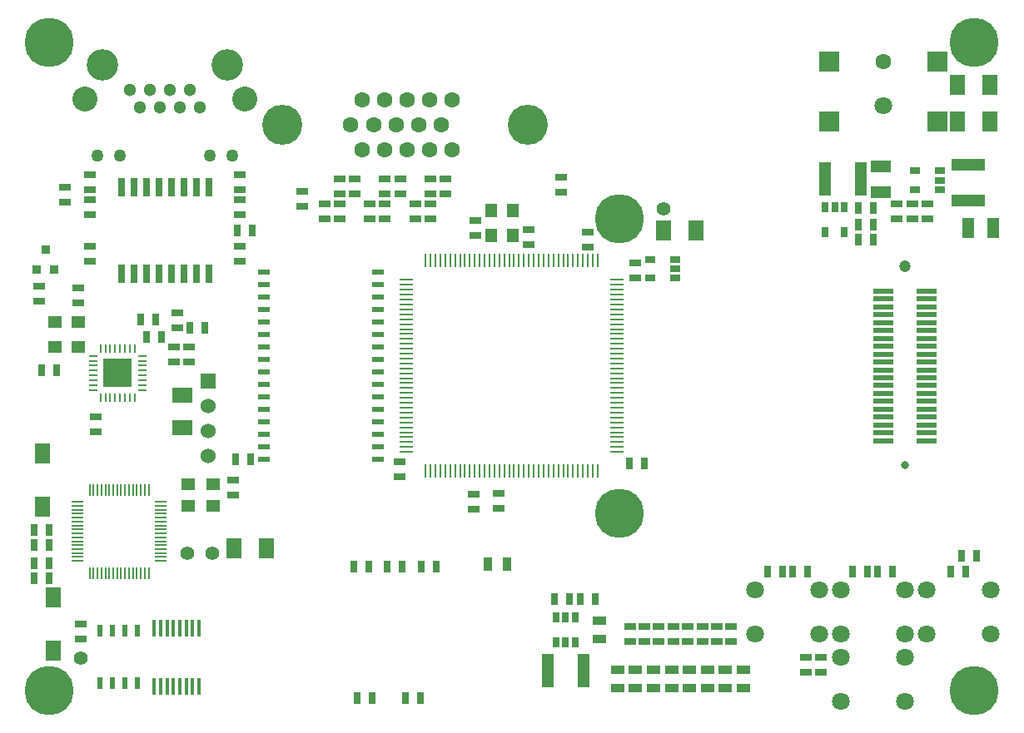
<source format=gts>
G04 (created by PCBNEW (2013-mar-13)-stable) date Fri 20 Nov 2015 04:23:37 PM CET*
%MOIN*%
G04 Gerber Fmt 3.4, Leading zero omitted, Abs format*
%FSLAX34Y34*%
G01*
G70*
G90*
G04 APERTURE LIST*
%ADD10C,0.005906*%
%ADD11C,0.196850*%
%ADD12C,0.051181*%
%ADD13C,0.125984*%
%ADD14C,0.100000*%
%ADD15C,0.050000*%
%ADD16C,0.160000*%
%ADD17C,0.063000*%
%ADD18R,0.053100X0.011400*%
%ADD19R,0.011400X0.053100*%
%ADD20R,0.031500X0.074800*%
%ADD21R,0.008063X0.047200*%
%ADD22R,0.047200X0.008063*%
%ADD23R,0.033500X0.011000*%
%ADD24R,0.011000X0.033500*%
%ADD25R,0.118100X0.118100*%
%ADD26R,0.045000X0.025000*%
%ADD27R,0.025000X0.045000*%
%ADD28R,0.055118X0.048800*%
%ADD29R,0.050000X0.023622*%
%ADD30R,0.027600X0.039400*%
%ADD31R,0.051181X0.133858*%
%ADD32R,0.020000X0.045000*%
%ADD33R,0.055000X0.035000*%
%ADD34R,0.035000X0.055000*%
%ADD35R,0.059055X0.078740*%
%ADD36R,0.011800X0.070100*%
%ADD37R,0.080000X0.060000*%
%ADD38R,0.078740X0.078740*%
%ADD39C,0.062992*%
%ADD40C,0.070866*%
%ADD41R,0.060000X0.080000*%
%ADD42R,0.133858X0.051181*%
%ADD43R,0.039400X0.027600*%
%ADD44R,0.047200X0.078700*%
%ADD45C,0.055100*%
%ADD46R,0.055100X0.047200*%
%ADD47R,0.036000X0.036000*%
%ADD48R,0.060000X0.060000*%
%ADD49C,0.060000*%
%ADD50R,0.078740X0.019685*%
%ADD51C,0.047244*%
%ADD52C,0.031496*%
%ADD53R,0.078700X0.047200*%
%ADD54R,0.047200X0.055100*%
%ADD55C,0.070900*%
G04 APERTURE END LIST*
G54D10*
G54D11*
X40531Y-20885D03*
X77566Y-20885D03*
X40531Y-46881D03*
X77566Y-46881D03*
G54D12*
X44570Y-22810D03*
X45775Y-23510D03*
X44972Y-23510D03*
X43767Y-22810D03*
X44169Y-23510D03*
X45374Y-22810D03*
X46578Y-23510D03*
X46177Y-22810D03*
G54D13*
X47673Y-21810D03*
X42673Y-21810D03*
G54D14*
X48374Y-23160D03*
X41972Y-23160D03*
G54D15*
X47874Y-25424D03*
X46972Y-25424D03*
X43374Y-25424D03*
X42472Y-25424D03*
G54D16*
X49854Y-24190D03*
X59696Y-24190D03*
G54D17*
X56677Y-23190D03*
X56226Y-24190D03*
X55775Y-23190D03*
X54874Y-23190D03*
X53972Y-23190D03*
X53070Y-23190D03*
X55324Y-24190D03*
X54423Y-24190D03*
X53521Y-24190D03*
X52620Y-24190D03*
X56677Y-25190D03*
X55775Y-25190D03*
X54874Y-25190D03*
X53972Y-25190D03*
X53070Y-25190D03*
G54D18*
X54833Y-30413D03*
X54833Y-30610D03*
X54833Y-30807D03*
X54833Y-31004D03*
X54833Y-31201D03*
X54833Y-31397D03*
X54833Y-31594D03*
X54833Y-31791D03*
X54833Y-31988D03*
X54833Y-32185D03*
X54833Y-32382D03*
X54833Y-32578D03*
X54833Y-32775D03*
X54833Y-32972D03*
X54833Y-33169D03*
X54833Y-33366D03*
X54833Y-33563D03*
X54833Y-33760D03*
X54833Y-33956D03*
X54833Y-34153D03*
X54833Y-34350D03*
X54833Y-34547D03*
X54833Y-34744D03*
X54833Y-34941D03*
X54833Y-35138D03*
X54833Y-35334D03*
X54833Y-35531D03*
X54833Y-35728D03*
X54833Y-35925D03*
X54833Y-36122D03*
X54833Y-36319D03*
X54833Y-36515D03*
X54833Y-36712D03*
X54833Y-36909D03*
X54833Y-37106D03*
X54833Y-37303D03*
G54D19*
X55610Y-38080D03*
X55807Y-38080D03*
X56004Y-38080D03*
X56201Y-38080D03*
X56398Y-38080D03*
X56594Y-38080D03*
X56791Y-38080D03*
X56988Y-38080D03*
X57185Y-38080D03*
X57382Y-38080D03*
X57579Y-38080D03*
X57775Y-38080D03*
X57972Y-38080D03*
X58169Y-38080D03*
X58366Y-38080D03*
X58563Y-38080D03*
X58760Y-38080D03*
X58957Y-38080D03*
X59153Y-38080D03*
X59350Y-38080D03*
X59547Y-38080D03*
X59744Y-38080D03*
X59941Y-38080D03*
X60138Y-38080D03*
X60335Y-38080D03*
X60531Y-38080D03*
X60728Y-38080D03*
X60925Y-38080D03*
X61122Y-38080D03*
X61319Y-38080D03*
X61516Y-38080D03*
X61712Y-38080D03*
X61909Y-38080D03*
X62106Y-38080D03*
X62303Y-38080D03*
X62500Y-38080D03*
G54D18*
X63277Y-37303D03*
X63277Y-37106D03*
X63277Y-36909D03*
X63277Y-36712D03*
X63277Y-36515D03*
X63277Y-36319D03*
X63277Y-36122D03*
X63277Y-35925D03*
X63277Y-35728D03*
X63277Y-35531D03*
X63277Y-35334D03*
X63277Y-35138D03*
X63277Y-34941D03*
X63277Y-34744D03*
X63277Y-34547D03*
X63277Y-34350D03*
X63277Y-34153D03*
X63277Y-33956D03*
X63277Y-33760D03*
X63277Y-33563D03*
X63277Y-33366D03*
X63277Y-33169D03*
X63277Y-32972D03*
X63277Y-32775D03*
X63277Y-32578D03*
X63277Y-32382D03*
X63277Y-32185D03*
X63277Y-31988D03*
X63277Y-31791D03*
X63277Y-31594D03*
X63277Y-31397D03*
X63277Y-31201D03*
X63277Y-31004D03*
X63277Y-30807D03*
X63277Y-30610D03*
X63277Y-30413D03*
G54D19*
X62500Y-29636D03*
X62303Y-29636D03*
X62106Y-29636D03*
X61909Y-29636D03*
X61712Y-29636D03*
X61516Y-29636D03*
X61319Y-29636D03*
X61122Y-29636D03*
X60925Y-29636D03*
X60728Y-29636D03*
X60531Y-29636D03*
X60335Y-29636D03*
X60138Y-29636D03*
X59941Y-29636D03*
X59744Y-29636D03*
X59547Y-29636D03*
X59350Y-29636D03*
X59153Y-29636D03*
X58957Y-29636D03*
X58760Y-29636D03*
X58563Y-29636D03*
X58366Y-29636D03*
X58169Y-29636D03*
X57972Y-29636D03*
X57775Y-29636D03*
X57579Y-29636D03*
X57382Y-29636D03*
X57185Y-29636D03*
X56988Y-29636D03*
X56791Y-29636D03*
X56594Y-29636D03*
X56398Y-29636D03*
X56201Y-29636D03*
X56004Y-29636D03*
X55807Y-29636D03*
X55610Y-29636D03*
G54D20*
X44923Y-30154D03*
X45423Y-30154D03*
X45923Y-30154D03*
X44423Y-30154D03*
X46423Y-30154D03*
X43923Y-30154D03*
X43423Y-30154D03*
X46923Y-30154D03*
X43423Y-26706D03*
X46923Y-26706D03*
X46423Y-26706D03*
X45923Y-26706D03*
X45423Y-26706D03*
X44923Y-26706D03*
X44423Y-26706D03*
X43923Y-26706D03*
G54D21*
X44521Y-38817D03*
X44363Y-38817D03*
X44206Y-38817D03*
X44048Y-38817D03*
X43891Y-38817D03*
X43733Y-38817D03*
X43576Y-38817D03*
X43418Y-38817D03*
X43261Y-38817D03*
X43103Y-38817D03*
X42946Y-38817D03*
X42788Y-38817D03*
X42631Y-38817D03*
X42473Y-38817D03*
X42316Y-38817D03*
X42158Y-38817D03*
G54D22*
X41667Y-39308D03*
X41667Y-39466D03*
X41667Y-39623D03*
X41667Y-39781D03*
X41667Y-39938D03*
X41667Y-40096D03*
X41667Y-40253D03*
X41667Y-40411D03*
G54D21*
X42158Y-42163D03*
X42316Y-42163D03*
X42473Y-42163D03*
X42631Y-42163D03*
X42788Y-42163D03*
X42946Y-42163D03*
X43103Y-42163D03*
X43261Y-42163D03*
X43418Y-42163D03*
X43576Y-42163D03*
X43733Y-42163D03*
X43891Y-42163D03*
G54D22*
X45013Y-41671D03*
X45013Y-41513D03*
X45013Y-41356D03*
X45013Y-41198D03*
X45013Y-41041D03*
X45013Y-40883D03*
X45013Y-40726D03*
X45013Y-40568D03*
X45013Y-40411D03*
X45013Y-40253D03*
X45013Y-40096D03*
X45013Y-39938D03*
X41667Y-40568D03*
X41667Y-40726D03*
X41667Y-40883D03*
X41667Y-41041D03*
X41667Y-41198D03*
X41667Y-41356D03*
X41667Y-41513D03*
X41667Y-41671D03*
G54D21*
X44048Y-42163D03*
X44206Y-42163D03*
X44363Y-42163D03*
X44521Y-42163D03*
G54D22*
X45013Y-39781D03*
X45013Y-39623D03*
X45013Y-39466D03*
X45013Y-39308D03*
G54D23*
X42296Y-34829D03*
G54D24*
X42591Y-35124D03*
G54D23*
X44264Y-34829D03*
X44264Y-34632D03*
X44264Y-34435D03*
X44264Y-34238D03*
X44264Y-33845D03*
X44264Y-33648D03*
G54D24*
X43182Y-33156D03*
G54D23*
X44264Y-33451D03*
G54D24*
X43969Y-33156D03*
X43772Y-33156D03*
X43575Y-33156D03*
X43378Y-33156D03*
X42985Y-33156D03*
X42788Y-33156D03*
X42591Y-33156D03*
G54D23*
X42296Y-33451D03*
X42296Y-33648D03*
X42296Y-33845D03*
X42296Y-34042D03*
X42296Y-34238D03*
X42296Y-34435D03*
X42296Y-34632D03*
G54D25*
X43280Y-34140D03*
G54D23*
X44264Y-34042D03*
G54D24*
X43969Y-35124D03*
X43772Y-35124D03*
X43575Y-35124D03*
X43378Y-35124D03*
X43182Y-35124D03*
X42985Y-35124D03*
X42788Y-35124D03*
G54D26*
X42170Y-29060D03*
X42170Y-29660D03*
X48170Y-29060D03*
X48170Y-29660D03*
X51570Y-27380D03*
X51570Y-27980D03*
X52170Y-27980D03*
X52170Y-27380D03*
X52170Y-26980D03*
X52170Y-26380D03*
X52770Y-26980D03*
X52770Y-26380D03*
X53370Y-27380D03*
X53370Y-27980D03*
X53970Y-27980D03*
X53970Y-27380D03*
X53970Y-26980D03*
X53970Y-26380D03*
X54590Y-26980D03*
X54590Y-26380D03*
X55190Y-27380D03*
X55190Y-27980D03*
X55790Y-27980D03*
X55790Y-27380D03*
X55790Y-26980D03*
X55790Y-26380D03*
X56390Y-26980D03*
X56390Y-26380D03*
X48170Y-27200D03*
X48170Y-27800D03*
X42170Y-27800D03*
X42170Y-27200D03*
X42170Y-26800D03*
X42170Y-26200D03*
X48170Y-26200D03*
X48170Y-26800D03*
X45530Y-33710D03*
X45530Y-33110D03*
G54D27*
X44430Y-32690D03*
X45030Y-32690D03*
X46760Y-32340D03*
X46160Y-32340D03*
X40850Y-34030D03*
X40250Y-34030D03*
G54D26*
X46130Y-33110D03*
X46130Y-33710D03*
G54D27*
X44220Y-32010D03*
X44820Y-32010D03*
G54D26*
X45660Y-32340D03*
X45660Y-31740D03*
G54D28*
X40767Y-32110D03*
X40767Y-33110D03*
X41692Y-33110D03*
X41692Y-32110D03*
G54D29*
X49126Y-31608D03*
X49126Y-32108D03*
X49126Y-32608D03*
X49126Y-33108D03*
X49126Y-33608D03*
X49126Y-35608D03*
X49126Y-36108D03*
X49126Y-36608D03*
X49126Y-37108D03*
X49126Y-37608D03*
X53693Y-37608D03*
X53693Y-37108D03*
X53693Y-36608D03*
X53693Y-36108D03*
X53693Y-35608D03*
X53693Y-33608D03*
X53693Y-33108D03*
X53693Y-32608D03*
X53693Y-32108D03*
X53693Y-31608D03*
X53693Y-31108D03*
X53693Y-30608D03*
X53693Y-30108D03*
X53693Y-35108D03*
X53693Y-34608D03*
X53693Y-34108D03*
X49126Y-35108D03*
X49126Y-34608D03*
X49126Y-34108D03*
X49126Y-31108D03*
X49126Y-30608D03*
X49126Y-30108D03*
G54D27*
X53460Y-47160D03*
X52860Y-47160D03*
X54800Y-47160D03*
X55400Y-47160D03*
X53330Y-41890D03*
X52730Y-41890D03*
X60785Y-43205D03*
X61385Y-43205D03*
X61815Y-43205D03*
X62415Y-43205D03*
X54680Y-41890D03*
X54080Y-41890D03*
G54D30*
X60840Y-43935D03*
X61215Y-43935D03*
X61590Y-43935D03*
X61590Y-44935D03*
X61215Y-44935D03*
X60840Y-44935D03*
G54D31*
X61923Y-46055D03*
X60506Y-46055D03*
G54D32*
X42560Y-44480D03*
X42560Y-46580D03*
X43060Y-44480D03*
X43560Y-44480D03*
X44060Y-44480D03*
X43060Y-46580D03*
X43560Y-46580D03*
X44060Y-46580D03*
G54D27*
X64360Y-37780D03*
X63760Y-37780D03*
G54D33*
X62585Y-44810D03*
X62585Y-44060D03*
G54D34*
X58865Y-41790D03*
X58115Y-41790D03*
G54D27*
X56030Y-41890D03*
X55430Y-41890D03*
X40530Y-42360D03*
X39930Y-42360D03*
X39930Y-41760D03*
X40530Y-41760D03*
G54D35*
X40700Y-45272D03*
X40700Y-43147D03*
G54D36*
X44744Y-46699D03*
X45000Y-46699D03*
X45256Y-46699D03*
X45512Y-46699D03*
X45767Y-46699D03*
X46023Y-46699D03*
X46279Y-46699D03*
X46535Y-46699D03*
X46535Y-44361D03*
X46279Y-44361D03*
X46023Y-44361D03*
X45767Y-44361D03*
X45512Y-44361D03*
X45256Y-44361D03*
X45000Y-44361D03*
X44744Y-44361D03*
G54D37*
X45860Y-35020D03*
X45860Y-36320D03*
G54D27*
X40530Y-40440D03*
X39930Y-40440D03*
X39930Y-41040D03*
X40530Y-41040D03*
G54D35*
X40280Y-37377D03*
X40280Y-39502D03*
G54D38*
X76115Y-21660D03*
X71784Y-21660D03*
G54D39*
X73950Y-21660D03*
G54D38*
X76115Y-24081D03*
X71784Y-24081D03*
G54D40*
X73950Y-23431D03*
G54D33*
X68340Y-46015D03*
X68340Y-46765D03*
G54D26*
X67850Y-44310D03*
X67850Y-44910D03*
G54D33*
X63300Y-46015D03*
X63300Y-46765D03*
G54D26*
X63790Y-44310D03*
X63790Y-44910D03*
X67270Y-44310D03*
X67270Y-44910D03*
X66690Y-44310D03*
X66690Y-44910D03*
X66110Y-44310D03*
X66110Y-44910D03*
X65530Y-44310D03*
X65530Y-44910D03*
X64950Y-44310D03*
X64950Y-44910D03*
X64370Y-44310D03*
X64370Y-44910D03*
G54D33*
X67620Y-46015D03*
X67620Y-46765D03*
X66900Y-46015D03*
X66900Y-46765D03*
X66180Y-46015D03*
X66180Y-46765D03*
X65460Y-46015D03*
X65460Y-46765D03*
X64740Y-46015D03*
X64740Y-46765D03*
X64020Y-46015D03*
X64020Y-46765D03*
G54D26*
X57540Y-39600D03*
X57540Y-39000D03*
G54D41*
X76920Y-22600D03*
X78220Y-22600D03*
X76920Y-24070D03*
X78220Y-24070D03*
G54D26*
X75720Y-27970D03*
X75720Y-27370D03*
G54D42*
X77330Y-25801D03*
X77330Y-27218D03*
G54D26*
X75100Y-27970D03*
X75100Y-27370D03*
X74480Y-27370D03*
X74480Y-27970D03*
G54D43*
X75220Y-26795D03*
X75220Y-26045D03*
X76220Y-26045D03*
X76220Y-26420D03*
X76220Y-26795D03*
G54D44*
X77328Y-28340D03*
X78352Y-28340D03*
G54D45*
X47060Y-41360D03*
X46060Y-41360D03*
G54D46*
X47100Y-38597D03*
X46100Y-38597D03*
X46100Y-39463D03*
X47100Y-39463D03*
G54D26*
X41690Y-31330D03*
X41690Y-30730D03*
X47910Y-39030D03*
X47910Y-38430D03*
X42400Y-35900D03*
X42400Y-36500D03*
G54D41*
X47940Y-41160D03*
X49240Y-41160D03*
G54D27*
X48670Y-28430D03*
X48070Y-28430D03*
G54D26*
X41180Y-27300D03*
X41180Y-26700D03*
G54D47*
X40740Y-29990D03*
X40040Y-29990D03*
X40390Y-29190D03*
G54D26*
X40140Y-31270D03*
X40140Y-30670D03*
X41820Y-44810D03*
X41820Y-44210D03*
G54D45*
X41820Y-45570D03*
G54D48*
X46920Y-34480D03*
G54D49*
X46920Y-35480D03*
X46920Y-36480D03*
X46920Y-37480D03*
G54D43*
X64610Y-30335D03*
X64610Y-29585D03*
X65610Y-29585D03*
X65610Y-29960D03*
X65610Y-30335D03*
G54D26*
X64010Y-30340D03*
X64010Y-29740D03*
G54D50*
X73937Y-36850D03*
G54D51*
X74803Y-29881D03*
G54D52*
X74803Y-37834D03*
G54D50*
X75669Y-36850D03*
X73937Y-36535D03*
X75669Y-36535D03*
X73937Y-36220D03*
X75669Y-36220D03*
X73937Y-35905D03*
X75669Y-35905D03*
X73937Y-35590D03*
X75669Y-35590D03*
X73937Y-35275D03*
X75669Y-35275D03*
X73937Y-34960D03*
X75669Y-34960D03*
X73937Y-34645D03*
X75669Y-34645D03*
X73937Y-34330D03*
X75669Y-34330D03*
X73937Y-34015D03*
X75669Y-34015D03*
X73937Y-33700D03*
X75669Y-33700D03*
X73937Y-33385D03*
X75669Y-33385D03*
X73937Y-33070D03*
X75669Y-33070D03*
X73937Y-32755D03*
X75669Y-32755D03*
X73937Y-32440D03*
X75669Y-32440D03*
X73937Y-32125D03*
X75669Y-32125D03*
X73937Y-31811D03*
X75669Y-31811D03*
X73937Y-31496D03*
X75669Y-31496D03*
X73937Y-31181D03*
X75669Y-31181D03*
X73937Y-30866D03*
X75669Y-30866D03*
G54D31*
X71611Y-26370D03*
X73028Y-26370D03*
G54D30*
X72365Y-28490D03*
X71615Y-28490D03*
X71615Y-27490D03*
X71990Y-27490D03*
X72365Y-27490D03*
G54D27*
X72930Y-27520D03*
X73530Y-27520D03*
G54D53*
X73830Y-25858D03*
X73830Y-26882D03*
G54D27*
X73530Y-28190D03*
X72930Y-28190D03*
X72930Y-28790D03*
X73530Y-28790D03*
G54D11*
X63385Y-39763D03*
X63385Y-27952D03*
G54D45*
X65140Y-27560D03*
G54D26*
X54560Y-37710D03*
X54560Y-38310D03*
G54D27*
X48600Y-37610D03*
X48000Y-37610D03*
G54D26*
X57590Y-28620D03*
X57590Y-28020D03*
X59740Y-28990D03*
X59740Y-28390D03*
X62110Y-29100D03*
X62110Y-28500D03*
X58550Y-38970D03*
X58550Y-39570D03*
G54D54*
X58227Y-27630D03*
X58227Y-28630D03*
X59093Y-28630D03*
X59093Y-27630D03*
G54D41*
X65140Y-28440D03*
X66440Y-28440D03*
G54D26*
X61050Y-26890D03*
X61050Y-26290D03*
X50660Y-27480D03*
X50660Y-26880D03*
G54D27*
X70290Y-42100D03*
X70890Y-42100D03*
X73720Y-42100D03*
X74320Y-42100D03*
X76650Y-42100D03*
X77250Y-42100D03*
G54D26*
X71450Y-45530D03*
X71450Y-46130D03*
G54D27*
X69290Y-42100D03*
X69890Y-42100D03*
X72720Y-42100D03*
X73320Y-42100D03*
X77670Y-41450D03*
X77070Y-41450D03*
G54D26*
X70850Y-46130D03*
X70850Y-45530D03*
G54D55*
X71370Y-44606D03*
X68810Y-44606D03*
X71370Y-42834D03*
X68810Y-42834D03*
X74800Y-44606D03*
X72240Y-44606D03*
X74800Y-42834D03*
X72240Y-42834D03*
X78230Y-44606D03*
X75670Y-44606D03*
X78230Y-42834D03*
X75670Y-42834D03*
X74800Y-47306D03*
X72240Y-47306D03*
X74800Y-45534D03*
X72240Y-45534D03*
M02*

</source>
